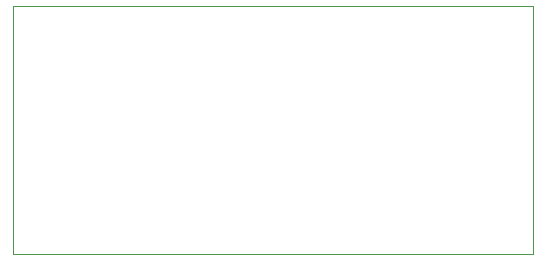
<source format=gko>
G75*
G70*
%OFA0B0*%
%FSLAX24Y24*%
%IPPOS*%
%LPD*%
%AMOC8*
5,1,8,0,0,1.08239X$1,22.5*
%
%ADD10C,0.0000*%
D10*
X004037Y004037D02*
X004037Y012305D01*
X021360Y012305D01*
X021360Y004037D01*
X004037Y004037D01*
M02*

</source>
